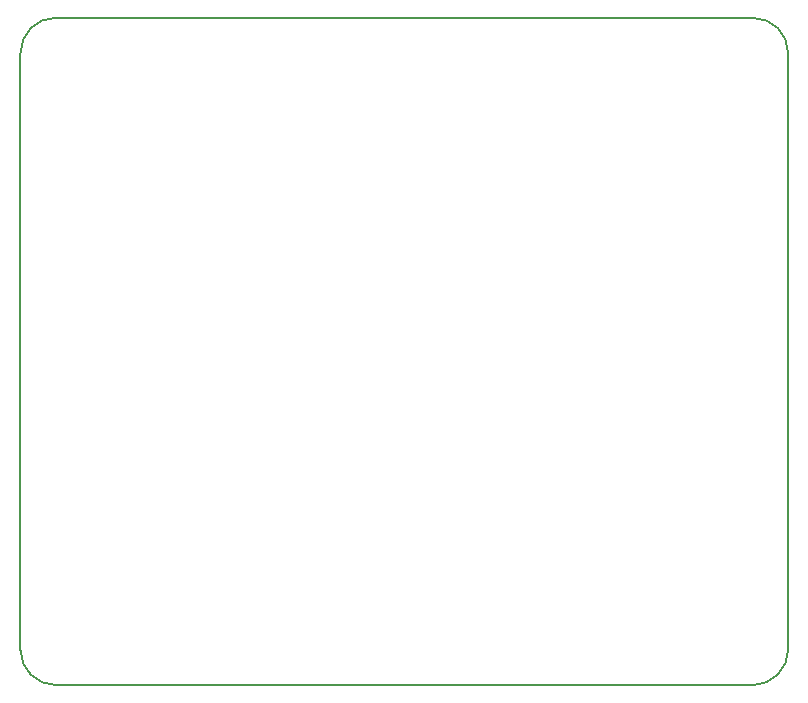
<source format=gm1>
%FSLAX44Y44*%
%MOMM*%
G71*
G01*
G75*
G04 Layer_Color=16711935*
%ADD10R,0.9000X0.7000*%
%ADD11R,0.6500X1.1000*%
%ADD12O,0.6000X2.2000*%
%ADD13R,0.8000X0.9000*%
%ADD14R,0.7000X0.9000*%
%ADD15O,0.6000X1.9000*%
%ADD16R,0.6000X1.1500*%
%ADD17R,1.1500X0.6000*%
%ADD18R,0.9000X0.8000*%
G04:AMPARAMS|DCode=19|XSize=1.9mm|YSize=3.2mm|CornerRadius=0mm|HoleSize=0mm|Usage=FLASHONLY|Rotation=90.000|XOffset=0mm|YOffset=0mm|HoleType=Round|Shape=Octagon|*
%AMOCTAGOND19*
4,1,8,-1.6000,-0.4750,-1.6000,0.4750,-1.1250,0.9500,1.1250,0.9500,1.6000,0.4750,1.6000,-0.4750,1.1250,-0.9500,-1.1250,-0.9500,-1.6000,-0.4750,0.0*
%
%ADD19OCTAGOND19*%

%ADD20R,1.4000X0.6000*%
%ADD21R,1.8000X0.6000*%
%ADD22R,1.2000X1.4000*%
%ADD23C,0.5000*%
%ADD24C,0.2500*%
%ADD25C,1.5000*%
%ADD26R,1.5000X1.5000*%
%ADD27O,4.0000X5.0000*%
%ADD28O,4.5000X5.5000*%
%ADD29C,1.7000*%
%ADD30R,1.7000X1.7000*%
%ADD31C,6.2000*%
%ADD32C,1.2000*%
%ADD33C,0.2000*%
%ADD34C,0.3000*%
%ADD35R,1.1000X0.9000*%
%ADD36R,0.8500X1.3000*%
%ADD37O,0.8000X2.4000*%
%ADD38R,1.0000X1.1000*%
%ADD39R,0.9000X1.1000*%
%ADD40O,0.8000X2.1000*%
%ADD41R,0.8000X1.3500*%
%ADD42R,1.3500X0.8000*%
%ADD43R,1.1000X1.0000*%
G04:AMPARAMS|DCode=44|XSize=2.1mm|YSize=3.4mm|CornerRadius=0mm|HoleSize=0mm|Usage=FLASHONLY|Rotation=90.000|XOffset=0mm|YOffset=0mm|HoleType=Round|Shape=Octagon|*
%AMOCTAGOND44*
4,1,8,-1.7000,-0.5250,-1.7000,0.5250,-1.1750,1.0500,1.1750,1.0500,1.7000,0.5250,1.7000,-0.5250,1.1750,-1.0500,-1.1750,-1.0500,-1.7000,-0.5250,0.0*
%
%ADD44OCTAGOND44*%

%ADD45R,1.6000X0.8000*%
%ADD46R,2.0000X0.8000*%
%ADD47R,1.4000X1.6000*%
%ADD48R,1.7000X1.7000*%
%ADD49O,4.2000X5.2000*%
%ADD50O,4.7000X5.7000*%
%ADD51C,1.9000*%
%ADD52R,1.9000X1.9000*%
%ADD53C,6.4000*%
%ADD54C,1.4000*%
D33*
X350000Y265000D02*
G03*
X380000Y235000I30000J0D01*
G01*
X970000D02*
G03*
X1000000Y265000I0J30000D01*
G01*
Y770000D02*
G03*
X970000Y800000I-30000J0D01*
G01*
X380000D02*
G03*
X350000Y770000I0J-30000D01*
G01*
Y265000D02*
Y293000D01*
X380000Y235000D02*
X970000D01*
X1000000Y265000D02*
Y770000D01*
X380000Y800000D02*
X970000D01*
X350000Y293000D02*
Y770000D01*
M02*

</source>
